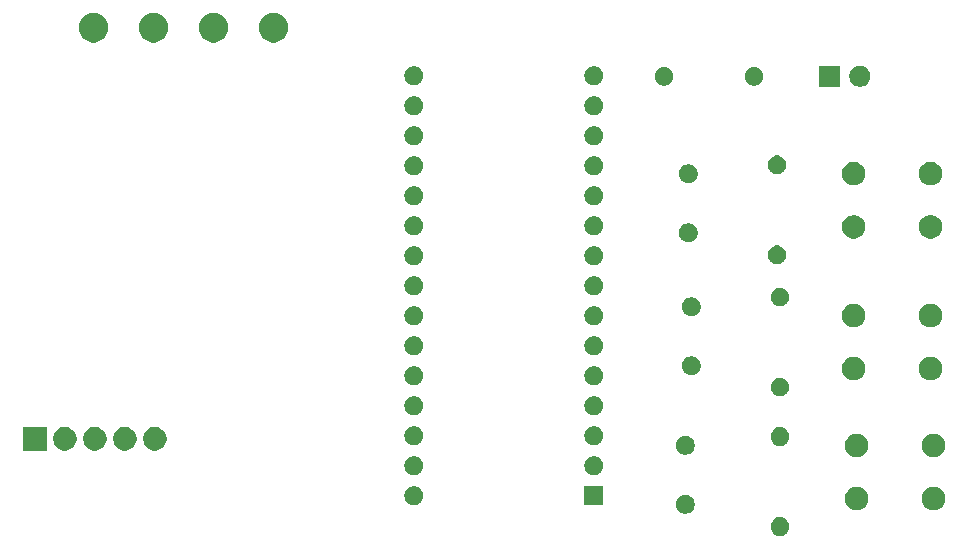
<source format=gbs>
G04 #@! TF.GenerationSoftware,KiCad,Pcbnew,9.0.3*
G04 #@! TF.CreationDate,2025-09-07T18:19:37+02:00*
G04 #@! TF.ProjectId,Design1,44657369-676e-4312-9e6b-696361645f70,rev?*
G04 #@! TF.SameCoordinates,Original*
G04 #@! TF.FileFunction,Soldermask,Bot*
G04 #@! TF.FilePolarity,Negative*
%FSLAX46Y46*%
G04 Gerber Fmt 4.6, Leading zero omitted, Abs format (unit mm)*
G04 Created by KiCad (PCBNEW 9.0.3) date 2025-09-07 18:19:37*
%MOMM*%
%LPD*%
G01*
G04 APERTURE LIST*
G04 APERTURE END LIST*
G36*
X133732228Y-110854448D02*
G01*
X133877117Y-110914463D01*
X134007515Y-111001592D01*
X134118408Y-111112485D01*
X134205537Y-111242883D01*
X134265552Y-111387772D01*
X134296148Y-111541586D01*
X134296148Y-111698414D01*
X134265552Y-111852228D01*
X134205537Y-111997117D01*
X134118408Y-112127515D01*
X134007515Y-112238408D01*
X133877117Y-112325537D01*
X133732228Y-112385552D01*
X133578414Y-112416148D01*
X133421586Y-112416148D01*
X133267772Y-112385552D01*
X133122883Y-112325537D01*
X132992485Y-112238408D01*
X132881592Y-112127515D01*
X132794463Y-111997117D01*
X132734448Y-111852228D01*
X132703852Y-111698414D01*
X132703852Y-111541586D01*
X132734448Y-111387772D01*
X132794463Y-111242883D01*
X132881592Y-111112485D01*
X132992485Y-111001592D01*
X133122883Y-110914463D01*
X133267772Y-110854448D01*
X133421586Y-110823852D01*
X133578414Y-110823852D01*
X133732228Y-110854448D01*
G37*
G36*
X125732228Y-108984448D02*
G01*
X125877117Y-109044463D01*
X126007515Y-109131592D01*
X126118408Y-109242485D01*
X126205537Y-109372883D01*
X126265552Y-109517772D01*
X126296148Y-109671586D01*
X126296148Y-109828414D01*
X126265552Y-109982228D01*
X126205537Y-110127117D01*
X126118408Y-110257515D01*
X126007515Y-110368408D01*
X125877117Y-110455537D01*
X125732228Y-110515552D01*
X125578414Y-110546148D01*
X125421586Y-110546148D01*
X125267772Y-110515552D01*
X125122883Y-110455537D01*
X124992485Y-110368408D01*
X124881592Y-110257515D01*
X124794463Y-110127117D01*
X124734448Y-109982228D01*
X124703852Y-109828414D01*
X124703852Y-109671586D01*
X124734448Y-109517772D01*
X124794463Y-109372883D01*
X124881592Y-109242485D01*
X124992485Y-109131592D01*
X125122883Y-109044463D01*
X125267772Y-108984448D01*
X125421586Y-108953852D01*
X125578414Y-108953852D01*
X125732228Y-108984448D01*
G37*
G36*
X140290285Y-108293060D02*
G01*
X140471397Y-108368079D01*
X140634393Y-108476990D01*
X140773010Y-108615607D01*
X140881921Y-108778603D01*
X140956940Y-108959715D01*
X140995185Y-109151983D01*
X140995185Y-109348017D01*
X140956940Y-109540285D01*
X140881921Y-109721397D01*
X140773010Y-109884393D01*
X140634393Y-110023010D01*
X140471397Y-110131921D01*
X140290285Y-110206940D01*
X140098017Y-110245185D01*
X139901983Y-110245185D01*
X139709715Y-110206940D01*
X139528603Y-110131921D01*
X139365607Y-110023010D01*
X139226990Y-109884393D01*
X139118079Y-109721397D01*
X139043060Y-109540285D01*
X139004815Y-109348017D01*
X139004815Y-109151983D01*
X139043060Y-108959715D01*
X139118079Y-108778603D01*
X139226990Y-108615607D01*
X139365607Y-108476990D01*
X139528603Y-108368079D01*
X139709715Y-108293060D01*
X139901983Y-108254815D01*
X140098017Y-108254815D01*
X140290285Y-108293060D01*
G37*
G36*
X146790285Y-108293060D02*
G01*
X146971397Y-108368079D01*
X147134393Y-108476990D01*
X147273010Y-108615607D01*
X147381921Y-108778603D01*
X147456940Y-108959715D01*
X147495185Y-109151983D01*
X147495185Y-109348017D01*
X147456940Y-109540285D01*
X147381921Y-109721397D01*
X147273010Y-109884393D01*
X147134393Y-110023010D01*
X146971397Y-110131921D01*
X146790285Y-110206940D01*
X146598017Y-110245185D01*
X146401983Y-110245185D01*
X146209715Y-110206940D01*
X146028603Y-110131921D01*
X145865607Y-110023010D01*
X145726990Y-109884393D01*
X145618079Y-109721397D01*
X145543060Y-109540285D01*
X145504815Y-109348017D01*
X145504815Y-109151983D01*
X145543060Y-108959715D01*
X145618079Y-108778603D01*
X145726990Y-108615607D01*
X145865607Y-108476990D01*
X146028603Y-108368079D01*
X146209715Y-108293060D01*
X146401983Y-108254815D01*
X146598017Y-108254815D01*
X146790285Y-108293060D01*
G37*
G36*
X118540000Y-109800000D02*
G01*
X116940000Y-109800000D01*
X116940000Y-108200000D01*
X118540000Y-108200000D01*
X118540000Y-109800000D01*
G37*
G36*
X102732228Y-108234448D02*
G01*
X102877117Y-108294463D01*
X103007515Y-108381592D01*
X103118408Y-108492485D01*
X103205537Y-108622883D01*
X103265552Y-108767772D01*
X103296148Y-108921586D01*
X103296148Y-109078414D01*
X103265552Y-109232228D01*
X103205537Y-109377117D01*
X103118408Y-109507515D01*
X103007515Y-109618408D01*
X102877117Y-109705537D01*
X102732228Y-109765552D01*
X102578414Y-109796148D01*
X102421586Y-109796148D01*
X102267772Y-109765552D01*
X102122883Y-109705537D01*
X101992485Y-109618408D01*
X101881592Y-109507515D01*
X101794463Y-109377117D01*
X101734448Y-109232228D01*
X101703852Y-109078414D01*
X101703852Y-108921586D01*
X101734448Y-108767772D01*
X101794463Y-108622883D01*
X101881592Y-108492485D01*
X101992485Y-108381592D01*
X102122883Y-108294463D01*
X102267772Y-108234448D01*
X102421586Y-108203852D01*
X102578414Y-108203852D01*
X102732228Y-108234448D01*
G37*
G36*
X102732228Y-105694448D02*
G01*
X102877117Y-105754463D01*
X103007515Y-105841592D01*
X103118408Y-105952485D01*
X103205537Y-106082883D01*
X103265552Y-106227772D01*
X103296148Y-106381586D01*
X103296148Y-106538414D01*
X103265552Y-106692228D01*
X103205537Y-106837117D01*
X103118408Y-106967515D01*
X103007515Y-107078408D01*
X102877117Y-107165537D01*
X102732228Y-107225552D01*
X102578414Y-107256148D01*
X102421586Y-107256148D01*
X102267772Y-107225552D01*
X102122883Y-107165537D01*
X101992485Y-107078408D01*
X101881592Y-106967515D01*
X101794463Y-106837117D01*
X101734448Y-106692228D01*
X101703852Y-106538414D01*
X101703852Y-106381586D01*
X101734448Y-106227772D01*
X101794463Y-106082883D01*
X101881592Y-105952485D01*
X101992485Y-105841592D01*
X102122883Y-105754463D01*
X102267772Y-105694448D01*
X102421586Y-105663852D01*
X102578414Y-105663852D01*
X102732228Y-105694448D01*
G37*
G36*
X117972228Y-105694448D02*
G01*
X118117117Y-105754463D01*
X118247515Y-105841592D01*
X118358408Y-105952485D01*
X118445537Y-106082883D01*
X118505552Y-106227772D01*
X118536148Y-106381586D01*
X118536148Y-106538414D01*
X118505552Y-106692228D01*
X118445537Y-106837117D01*
X118358408Y-106967515D01*
X118247515Y-107078408D01*
X118117117Y-107165537D01*
X117972228Y-107225552D01*
X117818414Y-107256148D01*
X117661586Y-107256148D01*
X117507772Y-107225552D01*
X117362883Y-107165537D01*
X117232485Y-107078408D01*
X117121592Y-106967515D01*
X117034463Y-106837117D01*
X116974448Y-106692228D01*
X116943852Y-106538414D01*
X116943852Y-106381586D01*
X116974448Y-106227772D01*
X117034463Y-106082883D01*
X117121592Y-105952485D01*
X117232485Y-105841592D01*
X117362883Y-105754463D01*
X117507772Y-105694448D01*
X117661586Y-105663852D01*
X117818414Y-105663852D01*
X117972228Y-105694448D01*
G37*
G36*
X140290285Y-103793060D02*
G01*
X140471397Y-103868079D01*
X140634393Y-103976990D01*
X140773010Y-104115607D01*
X140881921Y-104278603D01*
X140956940Y-104459715D01*
X140995185Y-104651983D01*
X140995185Y-104848017D01*
X140956940Y-105040285D01*
X140881921Y-105221397D01*
X140773010Y-105384393D01*
X140634393Y-105523010D01*
X140471397Y-105631921D01*
X140290285Y-105706940D01*
X140098017Y-105745185D01*
X139901983Y-105745185D01*
X139709715Y-105706940D01*
X139528603Y-105631921D01*
X139365607Y-105523010D01*
X139226990Y-105384393D01*
X139118079Y-105221397D01*
X139043060Y-105040285D01*
X139004815Y-104848017D01*
X139004815Y-104651983D01*
X139043060Y-104459715D01*
X139118079Y-104278603D01*
X139226990Y-104115607D01*
X139365607Y-103976990D01*
X139528603Y-103868079D01*
X139709715Y-103793060D01*
X139901983Y-103754815D01*
X140098017Y-103754815D01*
X140290285Y-103793060D01*
G37*
G36*
X146790285Y-103793060D02*
G01*
X146971397Y-103868079D01*
X147134393Y-103976990D01*
X147273010Y-104115607D01*
X147381921Y-104278603D01*
X147456940Y-104459715D01*
X147495185Y-104651983D01*
X147495185Y-104848017D01*
X147456940Y-105040285D01*
X147381921Y-105221397D01*
X147273010Y-105384393D01*
X147134393Y-105523010D01*
X146971397Y-105631921D01*
X146790285Y-105706940D01*
X146598017Y-105745185D01*
X146401983Y-105745185D01*
X146209715Y-105706940D01*
X146028603Y-105631921D01*
X145865607Y-105523010D01*
X145726990Y-105384393D01*
X145618079Y-105221397D01*
X145543060Y-105040285D01*
X145504815Y-104848017D01*
X145504815Y-104651983D01*
X145543060Y-104459715D01*
X145618079Y-104278603D01*
X145726990Y-104115607D01*
X145865607Y-103976990D01*
X146028603Y-103868079D01*
X146209715Y-103793060D01*
X146401983Y-103754815D01*
X146598017Y-103754815D01*
X146790285Y-103793060D01*
G37*
G36*
X125732228Y-103984448D02*
G01*
X125877117Y-104044463D01*
X126007515Y-104131592D01*
X126118408Y-104242485D01*
X126205537Y-104372883D01*
X126265552Y-104517772D01*
X126296148Y-104671586D01*
X126296148Y-104828414D01*
X126265552Y-104982228D01*
X126205537Y-105127117D01*
X126118408Y-105257515D01*
X126007515Y-105368408D01*
X125877117Y-105455537D01*
X125732228Y-105515552D01*
X125578414Y-105546148D01*
X125421586Y-105546148D01*
X125267772Y-105515552D01*
X125122883Y-105455537D01*
X124992485Y-105368408D01*
X124881592Y-105257515D01*
X124794463Y-105127117D01*
X124734448Y-104982228D01*
X124703852Y-104828414D01*
X124703852Y-104671586D01*
X124734448Y-104517772D01*
X124794463Y-104372883D01*
X124881592Y-104242485D01*
X124992485Y-104131592D01*
X125122883Y-104044463D01*
X125267772Y-103984448D01*
X125421586Y-103953852D01*
X125578414Y-103953852D01*
X125732228Y-103984448D01*
G37*
G36*
X71420000Y-105190000D02*
G01*
X69420000Y-105190000D01*
X69420000Y-103190000D01*
X71420000Y-103190000D01*
X71420000Y-105190000D01*
G37*
G36*
X73250285Y-103233060D02*
G01*
X73431397Y-103308079D01*
X73594393Y-103416990D01*
X73733010Y-103555607D01*
X73841921Y-103718603D01*
X73916940Y-103899715D01*
X73955185Y-104091983D01*
X73955185Y-104288017D01*
X73916940Y-104480285D01*
X73841921Y-104661397D01*
X73733010Y-104824393D01*
X73594393Y-104963010D01*
X73431397Y-105071921D01*
X73250285Y-105146940D01*
X73058017Y-105185185D01*
X72861983Y-105185185D01*
X72669715Y-105146940D01*
X72488603Y-105071921D01*
X72325607Y-104963010D01*
X72186990Y-104824393D01*
X72078079Y-104661397D01*
X72003060Y-104480285D01*
X71964815Y-104288017D01*
X71964815Y-104091983D01*
X72003060Y-103899715D01*
X72078079Y-103718603D01*
X72186990Y-103555607D01*
X72325607Y-103416990D01*
X72488603Y-103308079D01*
X72669715Y-103233060D01*
X72861983Y-103194815D01*
X73058017Y-103194815D01*
X73250285Y-103233060D01*
G37*
G36*
X75790285Y-103233060D02*
G01*
X75971397Y-103308079D01*
X76134393Y-103416990D01*
X76273010Y-103555607D01*
X76381921Y-103718603D01*
X76456940Y-103899715D01*
X76495185Y-104091983D01*
X76495185Y-104288017D01*
X76456940Y-104480285D01*
X76381921Y-104661397D01*
X76273010Y-104824393D01*
X76134393Y-104963010D01*
X75971397Y-105071921D01*
X75790285Y-105146940D01*
X75598017Y-105185185D01*
X75401983Y-105185185D01*
X75209715Y-105146940D01*
X75028603Y-105071921D01*
X74865607Y-104963010D01*
X74726990Y-104824393D01*
X74618079Y-104661397D01*
X74543060Y-104480285D01*
X74504815Y-104288017D01*
X74504815Y-104091983D01*
X74543060Y-103899715D01*
X74618079Y-103718603D01*
X74726990Y-103555607D01*
X74865607Y-103416990D01*
X75028603Y-103308079D01*
X75209715Y-103233060D01*
X75401983Y-103194815D01*
X75598017Y-103194815D01*
X75790285Y-103233060D01*
G37*
G36*
X78330285Y-103233060D02*
G01*
X78511397Y-103308079D01*
X78674393Y-103416990D01*
X78813010Y-103555607D01*
X78921921Y-103718603D01*
X78996940Y-103899715D01*
X79035185Y-104091983D01*
X79035185Y-104288017D01*
X78996940Y-104480285D01*
X78921921Y-104661397D01*
X78813010Y-104824393D01*
X78674393Y-104963010D01*
X78511397Y-105071921D01*
X78330285Y-105146940D01*
X78138017Y-105185185D01*
X77941983Y-105185185D01*
X77749715Y-105146940D01*
X77568603Y-105071921D01*
X77405607Y-104963010D01*
X77266990Y-104824393D01*
X77158079Y-104661397D01*
X77083060Y-104480285D01*
X77044815Y-104288017D01*
X77044815Y-104091983D01*
X77083060Y-103899715D01*
X77158079Y-103718603D01*
X77266990Y-103555607D01*
X77405607Y-103416990D01*
X77568603Y-103308079D01*
X77749715Y-103233060D01*
X77941983Y-103194815D01*
X78138017Y-103194815D01*
X78330285Y-103233060D01*
G37*
G36*
X80870285Y-103233060D02*
G01*
X81051397Y-103308079D01*
X81214393Y-103416990D01*
X81353010Y-103555607D01*
X81461921Y-103718603D01*
X81536940Y-103899715D01*
X81575185Y-104091983D01*
X81575185Y-104288017D01*
X81536940Y-104480285D01*
X81461921Y-104661397D01*
X81353010Y-104824393D01*
X81214393Y-104963010D01*
X81051397Y-105071921D01*
X80870285Y-105146940D01*
X80678017Y-105185185D01*
X80481983Y-105185185D01*
X80289715Y-105146940D01*
X80108603Y-105071921D01*
X79945607Y-104963010D01*
X79806990Y-104824393D01*
X79698079Y-104661397D01*
X79623060Y-104480285D01*
X79584815Y-104288017D01*
X79584815Y-104091983D01*
X79623060Y-103899715D01*
X79698079Y-103718603D01*
X79806990Y-103555607D01*
X79945607Y-103416990D01*
X80108603Y-103308079D01*
X80289715Y-103233060D01*
X80481983Y-103194815D01*
X80678017Y-103194815D01*
X80870285Y-103233060D01*
G37*
G36*
X133732228Y-103234448D02*
G01*
X133877117Y-103294463D01*
X134007515Y-103381592D01*
X134118408Y-103492485D01*
X134205537Y-103622883D01*
X134265552Y-103767772D01*
X134296148Y-103921586D01*
X134296148Y-104078414D01*
X134265552Y-104232228D01*
X134205537Y-104377117D01*
X134118408Y-104507515D01*
X134007515Y-104618408D01*
X133877117Y-104705537D01*
X133732228Y-104765552D01*
X133578414Y-104796148D01*
X133421586Y-104796148D01*
X133267772Y-104765552D01*
X133122883Y-104705537D01*
X132992485Y-104618408D01*
X132881592Y-104507515D01*
X132794463Y-104377117D01*
X132734448Y-104232228D01*
X132703852Y-104078414D01*
X132703852Y-103921586D01*
X132734448Y-103767772D01*
X132794463Y-103622883D01*
X132881592Y-103492485D01*
X132992485Y-103381592D01*
X133122883Y-103294463D01*
X133267772Y-103234448D01*
X133421586Y-103203852D01*
X133578414Y-103203852D01*
X133732228Y-103234448D01*
G37*
G36*
X102732228Y-103154448D02*
G01*
X102877117Y-103214463D01*
X103007515Y-103301592D01*
X103118408Y-103412485D01*
X103205537Y-103542883D01*
X103265552Y-103687772D01*
X103296148Y-103841586D01*
X103296148Y-103998414D01*
X103265552Y-104152228D01*
X103205537Y-104297117D01*
X103118408Y-104427515D01*
X103007515Y-104538408D01*
X102877117Y-104625537D01*
X102732228Y-104685552D01*
X102578414Y-104716148D01*
X102421586Y-104716148D01*
X102267772Y-104685552D01*
X102122883Y-104625537D01*
X101992485Y-104538408D01*
X101881592Y-104427515D01*
X101794463Y-104297117D01*
X101734448Y-104152228D01*
X101703852Y-103998414D01*
X101703852Y-103841586D01*
X101734448Y-103687772D01*
X101794463Y-103542883D01*
X101881592Y-103412485D01*
X101992485Y-103301592D01*
X102122883Y-103214463D01*
X102267772Y-103154448D01*
X102421586Y-103123852D01*
X102578414Y-103123852D01*
X102732228Y-103154448D01*
G37*
G36*
X117972228Y-103154448D02*
G01*
X118117117Y-103214463D01*
X118247515Y-103301592D01*
X118358408Y-103412485D01*
X118445537Y-103542883D01*
X118505552Y-103687772D01*
X118536148Y-103841586D01*
X118536148Y-103998414D01*
X118505552Y-104152228D01*
X118445537Y-104297117D01*
X118358408Y-104427515D01*
X118247515Y-104538408D01*
X118117117Y-104625537D01*
X117972228Y-104685552D01*
X117818414Y-104716148D01*
X117661586Y-104716148D01*
X117507772Y-104685552D01*
X117362883Y-104625537D01*
X117232485Y-104538408D01*
X117121592Y-104427515D01*
X117034463Y-104297117D01*
X116974448Y-104152228D01*
X116943852Y-103998414D01*
X116943852Y-103841586D01*
X116974448Y-103687772D01*
X117034463Y-103542883D01*
X117121592Y-103412485D01*
X117232485Y-103301592D01*
X117362883Y-103214463D01*
X117507772Y-103154448D01*
X117661586Y-103123852D01*
X117818414Y-103123852D01*
X117972228Y-103154448D01*
G37*
G36*
X102732228Y-100614448D02*
G01*
X102877117Y-100674463D01*
X103007515Y-100761592D01*
X103118408Y-100872485D01*
X103205537Y-101002883D01*
X103265552Y-101147772D01*
X103296148Y-101301586D01*
X103296148Y-101458414D01*
X103265552Y-101612228D01*
X103205537Y-101757117D01*
X103118408Y-101887515D01*
X103007515Y-101998408D01*
X102877117Y-102085537D01*
X102732228Y-102145552D01*
X102578414Y-102176148D01*
X102421586Y-102176148D01*
X102267772Y-102145552D01*
X102122883Y-102085537D01*
X101992485Y-101998408D01*
X101881592Y-101887515D01*
X101794463Y-101757117D01*
X101734448Y-101612228D01*
X101703852Y-101458414D01*
X101703852Y-101301586D01*
X101734448Y-101147772D01*
X101794463Y-101002883D01*
X101881592Y-100872485D01*
X101992485Y-100761592D01*
X102122883Y-100674463D01*
X102267772Y-100614448D01*
X102421586Y-100583852D01*
X102578414Y-100583852D01*
X102732228Y-100614448D01*
G37*
G36*
X117972228Y-100614448D02*
G01*
X118117117Y-100674463D01*
X118247515Y-100761592D01*
X118358408Y-100872485D01*
X118445537Y-101002883D01*
X118505552Y-101147772D01*
X118536148Y-101301586D01*
X118536148Y-101458414D01*
X118505552Y-101612228D01*
X118445537Y-101757117D01*
X118358408Y-101887515D01*
X118247515Y-101998408D01*
X118117117Y-102085537D01*
X117972228Y-102145552D01*
X117818414Y-102176148D01*
X117661586Y-102176148D01*
X117507772Y-102145552D01*
X117362883Y-102085537D01*
X117232485Y-101998408D01*
X117121592Y-101887515D01*
X117034463Y-101757117D01*
X116974448Y-101612228D01*
X116943852Y-101458414D01*
X116943852Y-101301586D01*
X116974448Y-101147772D01*
X117034463Y-101002883D01*
X117121592Y-100872485D01*
X117232485Y-100761592D01*
X117362883Y-100674463D01*
X117507772Y-100614448D01*
X117661586Y-100583852D01*
X117818414Y-100583852D01*
X117972228Y-100614448D01*
G37*
G36*
X133732228Y-99044448D02*
G01*
X133877117Y-99104463D01*
X134007515Y-99191592D01*
X134118408Y-99302485D01*
X134205537Y-99432883D01*
X134265552Y-99577772D01*
X134296148Y-99731586D01*
X134296148Y-99888414D01*
X134265552Y-100042228D01*
X134205537Y-100187117D01*
X134118408Y-100317515D01*
X134007515Y-100428408D01*
X133877117Y-100515537D01*
X133732228Y-100575552D01*
X133578414Y-100606148D01*
X133421586Y-100606148D01*
X133267772Y-100575552D01*
X133122883Y-100515537D01*
X132992485Y-100428408D01*
X132881592Y-100317515D01*
X132794463Y-100187117D01*
X132734448Y-100042228D01*
X132703852Y-99888414D01*
X132703852Y-99731586D01*
X132734448Y-99577772D01*
X132794463Y-99432883D01*
X132881592Y-99302485D01*
X132992485Y-99191592D01*
X133122883Y-99104463D01*
X133267772Y-99044448D01*
X133421586Y-99013852D01*
X133578414Y-99013852D01*
X133732228Y-99044448D01*
G37*
G36*
X102732228Y-98074448D02*
G01*
X102877117Y-98134463D01*
X103007515Y-98221592D01*
X103118408Y-98332485D01*
X103205537Y-98462883D01*
X103265552Y-98607772D01*
X103296148Y-98761586D01*
X103296148Y-98918414D01*
X103265552Y-99072228D01*
X103205537Y-99217117D01*
X103118408Y-99347515D01*
X103007515Y-99458408D01*
X102877117Y-99545537D01*
X102732228Y-99605552D01*
X102578414Y-99636148D01*
X102421586Y-99636148D01*
X102267772Y-99605552D01*
X102122883Y-99545537D01*
X101992485Y-99458408D01*
X101881592Y-99347515D01*
X101794463Y-99217117D01*
X101734448Y-99072228D01*
X101703852Y-98918414D01*
X101703852Y-98761586D01*
X101734448Y-98607772D01*
X101794463Y-98462883D01*
X101881592Y-98332485D01*
X101992485Y-98221592D01*
X102122883Y-98134463D01*
X102267772Y-98074448D01*
X102421586Y-98043852D01*
X102578414Y-98043852D01*
X102732228Y-98074448D01*
G37*
G36*
X117972228Y-98074448D02*
G01*
X118117117Y-98134463D01*
X118247515Y-98221592D01*
X118358408Y-98332485D01*
X118445537Y-98462883D01*
X118505552Y-98607772D01*
X118536148Y-98761586D01*
X118536148Y-98918414D01*
X118505552Y-99072228D01*
X118445537Y-99217117D01*
X118358408Y-99347515D01*
X118247515Y-99458408D01*
X118117117Y-99545537D01*
X117972228Y-99605552D01*
X117818414Y-99636148D01*
X117661586Y-99636148D01*
X117507772Y-99605552D01*
X117362883Y-99545537D01*
X117232485Y-99458408D01*
X117121592Y-99347515D01*
X117034463Y-99217117D01*
X116974448Y-99072228D01*
X116943852Y-98918414D01*
X116943852Y-98761586D01*
X116974448Y-98607772D01*
X117034463Y-98462883D01*
X117121592Y-98332485D01*
X117232485Y-98221592D01*
X117362883Y-98134463D01*
X117507772Y-98074448D01*
X117661586Y-98043852D01*
X117818414Y-98043852D01*
X117972228Y-98074448D01*
G37*
G36*
X140040285Y-97293060D02*
G01*
X140221397Y-97368079D01*
X140384393Y-97476990D01*
X140523010Y-97615607D01*
X140631921Y-97778603D01*
X140706940Y-97959715D01*
X140745185Y-98151983D01*
X140745185Y-98348017D01*
X140706940Y-98540285D01*
X140631921Y-98721397D01*
X140523010Y-98884393D01*
X140384393Y-99023010D01*
X140221397Y-99131921D01*
X140040285Y-99206940D01*
X139848017Y-99245185D01*
X139651983Y-99245185D01*
X139459715Y-99206940D01*
X139278603Y-99131921D01*
X139115607Y-99023010D01*
X138976990Y-98884393D01*
X138868079Y-98721397D01*
X138793060Y-98540285D01*
X138754815Y-98348017D01*
X138754815Y-98151983D01*
X138793060Y-97959715D01*
X138868079Y-97778603D01*
X138976990Y-97615607D01*
X139115607Y-97476990D01*
X139278603Y-97368079D01*
X139459715Y-97293060D01*
X139651983Y-97254815D01*
X139848017Y-97254815D01*
X140040285Y-97293060D01*
G37*
G36*
X146540285Y-97293060D02*
G01*
X146721397Y-97368079D01*
X146884393Y-97476990D01*
X147023010Y-97615607D01*
X147131921Y-97778603D01*
X147206940Y-97959715D01*
X147245185Y-98151983D01*
X147245185Y-98348017D01*
X147206940Y-98540285D01*
X147131921Y-98721397D01*
X147023010Y-98884393D01*
X146884393Y-99023010D01*
X146721397Y-99131921D01*
X146540285Y-99206940D01*
X146348017Y-99245185D01*
X146151983Y-99245185D01*
X145959715Y-99206940D01*
X145778603Y-99131921D01*
X145615607Y-99023010D01*
X145476990Y-98884393D01*
X145368079Y-98721397D01*
X145293060Y-98540285D01*
X145254815Y-98348017D01*
X145254815Y-98151983D01*
X145293060Y-97959715D01*
X145368079Y-97778603D01*
X145476990Y-97615607D01*
X145615607Y-97476990D01*
X145778603Y-97368079D01*
X145959715Y-97293060D01*
X146151983Y-97254815D01*
X146348017Y-97254815D01*
X146540285Y-97293060D01*
G37*
G36*
X126232228Y-97234448D02*
G01*
X126377117Y-97294463D01*
X126507515Y-97381592D01*
X126618408Y-97492485D01*
X126705537Y-97622883D01*
X126765552Y-97767772D01*
X126796148Y-97921586D01*
X126796148Y-98078414D01*
X126765552Y-98232228D01*
X126705537Y-98377117D01*
X126618408Y-98507515D01*
X126507515Y-98618408D01*
X126377117Y-98705537D01*
X126232228Y-98765552D01*
X126078414Y-98796148D01*
X125921586Y-98796148D01*
X125767772Y-98765552D01*
X125622883Y-98705537D01*
X125492485Y-98618408D01*
X125381592Y-98507515D01*
X125294463Y-98377117D01*
X125234448Y-98232228D01*
X125203852Y-98078414D01*
X125203852Y-97921586D01*
X125234448Y-97767772D01*
X125294463Y-97622883D01*
X125381592Y-97492485D01*
X125492485Y-97381592D01*
X125622883Y-97294463D01*
X125767772Y-97234448D01*
X125921586Y-97203852D01*
X126078414Y-97203852D01*
X126232228Y-97234448D01*
G37*
G36*
X102732228Y-95534448D02*
G01*
X102877117Y-95594463D01*
X103007515Y-95681592D01*
X103118408Y-95792485D01*
X103205537Y-95922883D01*
X103265552Y-96067772D01*
X103296148Y-96221586D01*
X103296148Y-96378414D01*
X103265552Y-96532228D01*
X103205537Y-96677117D01*
X103118408Y-96807515D01*
X103007515Y-96918408D01*
X102877117Y-97005537D01*
X102732228Y-97065552D01*
X102578414Y-97096148D01*
X102421586Y-97096148D01*
X102267772Y-97065552D01*
X102122883Y-97005537D01*
X101992485Y-96918408D01*
X101881592Y-96807515D01*
X101794463Y-96677117D01*
X101734448Y-96532228D01*
X101703852Y-96378414D01*
X101703852Y-96221586D01*
X101734448Y-96067772D01*
X101794463Y-95922883D01*
X101881592Y-95792485D01*
X101992485Y-95681592D01*
X102122883Y-95594463D01*
X102267772Y-95534448D01*
X102421586Y-95503852D01*
X102578414Y-95503852D01*
X102732228Y-95534448D01*
G37*
G36*
X117972228Y-95534448D02*
G01*
X118117117Y-95594463D01*
X118247515Y-95681592D01*
X118358408Y-95792485D01*
X118445537Y-95922883D01*
X118505552Y-96067772D01*
X118536148Y-96221586D01*
X118536148Y-96378414D01*
X118505552Y-96532228D01*
X118445537Y-96677117D01*
X118358408Y-96807515D01*
X118247515Y-96918408D01*
X118117117Y-97005537D01*
X117972228Y-97065552D01*
X117818414Y-97096148D01*
X117661586Y-97096148D01*
X117507772Y-97065552D01*
X117362883Y-97005537D01*
X117232485Y-96918408D01*
X117121592Y-96807515D01*
X117034463Y-96677117D01*
X116974448Y-96532228D01*
X116943852Y-96378414D01*
X116943852Y-96221586D01*
X116974448Y-96067772D01*
X117034463Y-95922883D01*
X117121592Y-95792485D01*
X117232485Y-95681592D01*
X117362883Y-95594463D01*
X117507772Y-95534448D01*
X117661586Y-95503852D01*
X117818414Y-95503852D01*
X117972228Y-95534448D01*
G37*
G36*
X140040285Y-92793060D02*
G01*
X140221397Y-92868079D01*
X140384393Y-92976990D01*
X140523010Y-93115607D01*
X140631921Y-93278603D01*
X140706940Y-93459715D01*
X140745185Y-93651983D01*
X140745185Y-93848017D01*
X140706940Y-94040285D01*
X140631921Y-94221397D01*
X140523010Y-94384393D01*
X140384393Y-94523010D01*
X140221397Y-94631921D01*
X140040285Y-94706940D01*
X139848017Y-94745185D01*
X139651983Y-94745185D01*
X139459715Y-94706940D01*
X139278603Y-94631921D01*
X139115607Y-94523010D01*
X138976990Y-94384393D01*
X138868079Y-94221397D01*
X138793060Y-94040285D01*
X138754815Y-93848017D01*
X138754815Y-93651983D01*
X138793060Y-93459715D01*
X138868079Y-93278603D01*
X138976990Y-93115607D01*
X139115607Y-92976990D01*
X139278603Y-92868079D01*
X139459715Y-92793060D01*
X139651983Y-92754815D01*
X139848017Y-92754815D01*
X140040285Y-92793060D01*
G37*
G36*
X146540285Y-92793060D02*
G01*
X146721397Y-92868079D01*
X146884393Y-92976990D01*
X147023010Y-93115607D01*
X147131921Y-93278603D01*
X147206940Y-93459715D01*
X147245185Y-93651983D01*
X147245185Y-93848017D01*
X147206940Y-94040285D01*
X147131921Y-94221397D01*
X147023010Y-94384393D01*
X146884393Y-94523010D01*
X146721397Y-94631921D01*
X146540285Y-94706940D01*
X146348017Y-94745185D01*
X146151983Y-94745185D01*
X145959715Y-94706940D01*
X145778603Y-94631921D01*
X145615607Y-94523010D01*
X145476990Y-94384393D01*
X145368079Y-94221397D01*
X145293060Y-94040285D01*
X145254815Y-93848017D01*
X145254815Y-93651983D01*
X145293060Y-93459715D01*
X145368079Y-93278603D01*
X145476990Y-93115607D01*
X145615607Y-92976990D01*
X145778603Y-92868079D01*
X145959715Y-92793060D01*
X146151983Y-92754815D01*
X146348017Y-92754815D01*
X146540285Y-92793060D01*
G37*
G36*
X102732228Y-92994448D02*
G01*
X102877117Y-93054463D01*
X103007515Y-93141592D01*
X103118408Y-93252485D01*
X103205537Y-93382883D01*
X103265552Y-93527772D01*
X103296148Y-93681586D01*
X103296148Y-93838414D01*
X103265552Y-93992228D01*
X103205537Y-94137117D01*
X103118408Y-94267515D01*
X103007515Y-94378408D01*
X102877117Y-94465537D01*
X102732228Y-94525552D01*
X102578414Y-94556148D01*
X102421586Y-94556148D01*
X102267772Y-94525552D01*
X102122883Y-94465537D01*
X101992485Y-94378408D01*
X101881592Y-94267515D01*
X101794463Y-94137117D01*
X101734448Y-93992228D01*
X101703852Y-93838414D01*
X101703852Y-93681586D01*
X101734448Y-93527772D01*
X101794463Y-93382883D01*
X101881592Y-93252485D01*
X101992485Y-93141592D01*
X102122883Y-93054463D01*
X102267772Y-92994448D01*
X102421586Y-92963852D01*
X102578414Y-92963852D01*
X102732228Y-92994448D01*
G37*
G36*
X117972228Y-92994448D02*
G01*
X118117117Y-93054463D01*
X118247515Y-93141592D01*
X118358408Y-93252485D01*
X118445537Y-93382883D01*
X118505552Y-93527772D01*
X118536148Y-93681586D01*
X118536148Y-93838414D01*
X118505552Y-93992228D01*
X118445537Y-94137117D01*
X118358408Y-94267515D01*
X118247515Y-94378408D01*
X118117117Y-94465537D01*
X117972228Y-94525552D01*
X117818414Y-94556148D01*
X117661586Y-94556148D01*
X117507772Y-94525552D01*
X117362883Y-94465537D01*
X117232485Y-94378408D01*
X117121592Y-94267515D01*
X117034463Y-94137117D01*
X116974448Y-93992228D01*
X116943852Y-93838414D01*
X116943852Y-93681586D01*
X116974448Y-93527772D01*
X117034463Y-93382883D01*
X117121592Y-93252485D01*
X117232485Y-93141592D01*
X117362883Y-93054463D01*
X117507772Y-92994448D01*
X117661586Y-92963852D01*
X117818414Y-92963852D01*
X117972228Y-92994448D01*
G37*
G36*
X126232228Y-92234448D02*
G01*
X126377117Y-92294463D01*
X126507515Y-92381592D01*
X126618408Y-92492485D01*
X126705537Y-92622883D01*
X126765552Y-92767772D01*
X126796148Y-92921586D01*
X126796148Y-93078414D01*
X126765552Y-93232228D01*
X126705537Y-93377117D01*
X126618408Y-93507515D01*
X126507515Y-93618408D01*
X126377117Y-93705537D01*
X126232228Y-93765552D01*
X126078414Y-93796148D01*
X125921586Y-93796148D01*
X125767772Y-93765552D01*
X125622883Y-93705537D01*
X125492485Y-93618408D01*
X125381592Y-93507515D01*
X125294463Y-93377117D01*
X125234448Y-93232228D01*
X125203852Y-93078414D01*
X125203852Y-92921586D01*
X125234448Y-92767772D01*
X125294463Y-92622883D01*
X125381592Y-92492485D01*
X125492485Y-92381592D01*
X125622883Y-92294463D01*
X125767772Y-92234448D01*
X125921586Y-92203852D01*
X126078414Y-92203852D01*
X126232228Y-92234448D01*
G37*
G36*
X133732228Y-91424448D02*
G01*
X133877117Y-91484463D01*
X134007515Y-91571592D01*
X134118408Y-91682485D01*
X134205537Y-91812883D01*
X134265552Y-91957772D01*
X134296148Y-92111586D01*
X134296148Y-92268414D01*
X134265552Y-92422228D01*
X134205537Y-92567117D01*
X134118408Y-92697515D01*
X134007515Y-92808408D01*
X133877117Y-92895537D01*
X133732228Y-92955552D01*
X133578414Y-92986148D01*
X133421586Y-92986148D01*
X133267772Y-92955552D01*
X133122883Y-92895537D01*
X132992485Y-92808408D01*
X132881592Y-92697515D01*
X132794463Y-92567117D01*
X132734448Y-92422228D01*
X132703852Y-92268414D01*
X132703852Y-92111586D01*
X132734448Y-91957772D01*
X132794463Y-91812883D01*
X132881592Y-91682485D01*
X132992485Y-91571592D01*
X133122883Y-91484463D01*
X133267772Y-91424448D01*
X133421586Y-91393852D01*
X133578414Y-91393852D01*
X133732228Y-91424448D01*
G37*
G36*
X102732228Y-90454448D02*
G01*
X102877117Y-90514463D01*
X103007515Y-90601592D01*
X103118408Y-90712485D01*
X103205537Y-90842883D01*
X103265552Y-90987772D01*
X103296148Y-91141586D01*
X103296148Y-91298414D01*
X103265552Y-91452228D01*
X103205537Y-91597117D01*
X103118408Y-91727515D01*
X103007515Y-91838408D01*
X102877117Y-91925537D01*
X102732228Y-91985552D01*
X102578414Y-92016148D01*
X102421586Y-92016148D01*
X102267772Y-91985552D01*
X102122883Y-91925537D01*
X101992485Y-91838408D01*
X101881592Y-91727515D01*
X101794463Y-91597117D01*
X101734448Y-91452228D01*
X101703852Y-91298414D01*
X101703852Y-91141586D01*
X101734448Y-90987772D01*
X101794463Y-90842883D01*
X101881592Y-90712485D01*
X101992485Y-90601592D01*
X102122883Y-90514463D01*
X102267772Y-90454448D01*
X102421586Y-90423852D01*
X102578414Y-90423852D01*
X102732228Y-90454448D01*
G37*
G36*
X117972228Y-90454448D02*
G01*
X118117117Y-90514463D01*
X118247515Y-90601592D01*
X118358408Y-90712485D01*
X118445537Y-90842883D01*
X118505552Y-90987772D01*
X118536148Y-91141586D01*
X118536148Y-91298414D01*
X118505552Y-91452228D01*
X118445537Y-91597117D01*
X118358408Y-91727515D01*
X118247515Y-91838408D01*
X118117117Y-91925537D01*
X117972228Y-91985552D01*
X117818414Y-92016148D01*
X117661586Y-92016148D01*
X117507772Y-91985552D01*
X117362883Y-91925537D01*
X117232485Y-91838408D01*
X117121592Y-91727515D01*
X117034463Y-91597117D01*
X116974448Y-91452228D01*
X116943852Y-91298414D01*
X116943852Y-91141586D01*
X116974448Y-90987772D01*
X117034463Y-90842883D01*
X117121592Y-90712485D01*
X117232485Y-90601592D01*
X117362883Y-90514463D01*
X117507772Y-90454448D01*
X117661586Y-90423852D01*
X117818414Y-90423852D01*
X117972228Y-90454448D01*
G37*
G36*
X102732228Y-87914448D02*
G01*
X102877117Y-87974463D01*
X103007515Y-88061592D01*
X103118408Y-88172485D01*
X103205537Y-88302883D01*
X103265552Y-88447772D01*
X103296148Y-88601586D01*
X103296148Y-88758414D01*
X103265552Y-88912228D01*
X103205537Y-89057117D01*
X103118408Y-89187515D01*
X103007515Y-89298408D01*
X102877117Y-89385537D01*
X102732228Y-89445552D01*
X102578414Y-89476148D01*
X102421586Y-89476148D01*
X102267772Y-89445552D01*
X102122883Y-89385537D01*
X101992485Y-89298408D01*
X101881592Y-89187515D01*
X101794463Y-89057117D01*
X101734448Y-88912228D01*
X101703852Y-88758414D01*
X101703852Y-88601586D01*
X101734448Y-88447772D01*
X101794463Y-88302883D01*
X101881592Y-88172485D01*
X101992485Y-88061592D01*
X102122883Y-87974463D01*
X102267772Y-87914448D01*
X102421586Y-87883852D01*
X102578414Y-87883852D01*
X102732228Y-87914448D01*
G37*
G36*
X117972228Y-87914448D02*
G01*
X118117117Y-87974463D01*
X118247515Y-88061592D01*
X118358408Y-88172485D01*
X118445537Y-88302883D01*
X118505552Y-88447772D01*
X118536148Y-88601586D01*
X118536148Y-88758414D01*
X118505552Y-88912228D01*
X118445537Y-89057117D01*
X118358408Y-89187515D01*
X118247515Y-89298408D01*
X118117117Y-89385537D01*
X117972228Y-89445552D01*
X117818414Y-89476148D01*
X117661586Y-89476148D01*
X117507772Y-89445552D01*
X117362883Y-89385537D01*
X117232485Y-89298408D01*
X117121592Y-89187515D01*
X117034463Y-89057117D01*
X116974448Y-88912228D01*
X116943852Y-88758414D01*
X116943852Y-88601586D01*
X116974448Y-88447772D01*
X117034463Y-88302883D01*
X117121592Y-88172485D01*
X117232485Y-88061592D01*
X117362883Y-87974463D01*
X117507772Y-87914448D01*
X117661586Y-87883852D01*
X117818414Y-87883852D01*
X117972228Y-87914448D01*
G37*
G36*
X133482228Y-87854448D02*
G01*
X133627117Y-87914463D01*
X133757515Y-88001592D01*
X133868408Y-88112485D01*
X133955537Y-88242883D01*
X134015552Y-88387772D01*
X134046148Y-88541586D01*
X134046148Y-88698414D01*
X134015552Y-88852228D01*
X133955537Y-88997117D01*
X133868408Y-89127515D01*
X133757515Y-89238408D01*
X133627117Y-89325537D01*
X133482228Y-89385552D01*
X133328414Y-89416148D01*
X133171586Y-89416148D01*
X133017772Y-89385552D01*
X132872883Y-89325537D01*
X132742485Y-89238408D01*
X132631592Y-89127515D01*
X132544463Y-88997117D01*
X132484448Y-88852228D01*
X132453852Y-88698414D01*
X132453852Y-88541586D01*
X132484448Y-88387772D01*
X132544463Y-88242883D01*
X132631592Y-88112485D01*
X132742485Y-88001592D01*
X132872883Y-87914463D01*
X133017772Y-87854448D01*
X133171586Y-87823852D01*
X133328414Y-87823852D01*
X133482228Y-87854448D01*
G37*
G36*
X125982228Y-85984448D02*
G01*
X126127117Y-86044463D01*
X126257515Y-86131592D01*
X126368408Y-86242485D01*
X126455537Y-86372883D01*
X126515552Y-86517772D01*
X126546148Y-86671586D01*
X126546148Y-86828414D01*
X126515552Y-86982228D01*
X126455537Y-87127117D01*
X126368408Y-87257515D01*
X126257515Y-87368408D01*
X126127117Y-87455537D01*
X125982228Y-87515552D01*
X125828414Y-87546148D01*
X125671586Y-87546148D01*
X125517772Y-87515552D01*
X125372883Y-87455537D01*
X125242485Y-87368408D01*
X125131592Y-87257515D01*
X125044463Y-87127117D01*
X124984448Y-86982228D01*
X124953852Y-86828414D01*
X124953852Y-86671586D01*
X124984448Y-86517772D01*
X125044463Y-86372883D01*
X125131592Y-86242485D01*
X125242485Y-86131592D01*
X125372883Y-86044463D01*
X125517772Y-85984448D01*
X125671586Y-85953852D01*
X125828414Y-85953852D01*
X125982228Y-85984448D01*
G37*
G36*
X140040285Y-85293060D02*
G01*
X140221397Y-85368079D01*
X140384393Y-85476990D01*
X140523010Y-85615607D01*
X140631921Y-85778603D01*
X140706940Y-85959715D01*
X140745185Y-86151983D01*
X140745185Y-86348017D01*
X140706940Y-86540285D01*
X140631921Y-86721397D01*
X140523010Y-86884393D01*
X140384393Y-87023010D01*
X140221397Y-87131921D01*
X140040285Y-87206940D01*
X139848017Y-87245185D01*
X139651983Y-87245185D01*
X139459715Y-87206940D01*
X139278603Y-87131921D01*
X139115607Y-87023010D01*
X138976990Y-86884393D01*
X138868079Y-86721397D01*
X138793060Y-86540285D01*
X138754815Y-86348017D01*
X138754815Y-86151983D01*
X138793060Y-85959715D01*
X138868079Y-85778603D01*
X138976990Y-85615607D01*
X139115607Y-85476990D01*
X139278603Y-85368079D01*
X139459715Y-85293060D01*
X139651983Y-85254815D01*
X139848017Y-85254815D01*
X140040285Y-85293060D01*
G37*
G36*
X146540285Y-85293060D02*
G01*
X146721397Y-85368079D01*
X146884393Y-85476990D01*
X147023010Y-85615607D01*
X147131921Y-85778603D01*
X147206940Y-85959715D01*
X147245185Y-86151983D01*
X147245185Y-86348017D01*
X147206940Y-86540285D01*
X147131921Y-86721397D01*
X147023010Y-86884393D01*
X146884393Y-87023010D01*
X146721397Y-87131921D01*
X146540285Y-87206940D01*
X146348017Y-87245185D01*
X146151983Y-87245185D01*
X145959715Y-87206940D01*
X145778603Y-87131921D01*
X145615607Y-87023010D01*
X145476990Y-86884393D01*
X145368079Y-86721397D01*
X145293060Y-86540285D01*
X145254815Y-86348017D01*
X145254815Y-86151983D01*
X145293060Y-85959715D01*
X145368079Y-85778603D01*
X145476990Y-85615607D01*
X145615607Y-85476990D01*
X145778603Y-85368079D01*
X145959715Y-85293060D01*
X146151983Y-85254815D01*
X146348017Y-85254815D01*
X146540285Y-85293060D01*
G37*
G36*
X102732228Y-85374448D02*
G01*
X102877117Y-85434463D01*
X103007515Y-85521592D01*
X103118408Y-85632485D01*
X103205537Y-85762883D01*
X103265552Y-85907772D01*
X103296148Y-86061586D01*
X103296148Y-86218414D01*
X103265552Y-86372228D01*
X103205537Y-86517117D01*
X103118408Y-86647515D01*
X103007515Y-86758408D01*
X102877117Y-86845537D01*
X102732228Y-86905552D01*
X102578414Y-86936148D01*
X102421586Y-86936148D01*
X102267772Y-86905552D01*
X102122883Y-86845537D01*
X101992485Y-86758408D01*
X101881592Y-86647515D01*
X101794463Y-86517117D01*
X101734448Y-86372228D01*
X101703852Y-86218414D01*
X101703852Y-86061586D01*
X101734448Y-85907772D01*
X101794463Y-85762883D01*
X101881592Y-85632485D01*
X101992485Y-85521592D01*
X102122883Y-85434463D01*
X102267772Y-85374448D01*
X102421586Y-85343852D01*
X102578414Y-85343852D01*
X102732228Y-85374448D01*
G37*
G36*
X117972228Y-85374448D02*
G01*
X118117117Y-85434463D01*
X118247515Y-85521592D01*
X118358408Y-85632485D01*
X118445537Y-85762883D01*
X118505552Y-85907772D01*
X118536148Y-86061586D01*
X118536148Y-86218414D01*
X118505552Y-86372228D01*
X118445537Y-86517117D01*
X118358408Y-86647515D01*
X118247515Y-86758408D01*
X118117117Y-86845537D01*
X117972228Y-86905552D01*
X117818414Y-86936148D01*
X117661586Y-86936148D01*
X117507772Y-86905552D01*
X117362883Y-86845537D01*
X117232485Y-86758408D01*
X117121592Y-86647515D01*
X117034463Y-86517117D01*
X116974448Y-86372228D01*
X116943852Y-86218414D01*
X116943852Y-86061586D01*
X116974448Y-85907772D01*
X117034463Y-85762883D01*
X117121592Y-85632485D01*
X117232485Y-85521592D01*
X117362883Y-85434463D01*
X117507772Y-85374448D01*
X117661586Y-85343852D01*
X117818414Y-85343852D01*
X117972228Y-85374448D01*
G37*
G36*
X102732228Y-82834448D02*
G01*
X102877117Y-82894463D01*
X103007515Y-82981592D01*
X103118408Y-83092485D01*
X103205537Y-83222883D01*
X103265552Y-83367772D01*
X103296148Y-83521586D01*
X103296148Y-83678414D01*
X103265552Y-83832228D01*
X103205537Y-83977117D01*
X103118408Y-84107515D01*
X103007515Y-84218408D01*
X102877117Y-84305537D01*
X102732228Y-84365552D01*
X102578414Y-84396148D01*
X102421586Y-84396148D01*
X102267772Y-84365552D01*
X102122883Y-84305537D01*
X101992485Y-84218408D01*
X101881592Y-84107515D01*
X101794463Y-83977117D01*
X101734448Y-83832228D01*
X101703852Y-83678414D01*
X101703852Y-83521586D01*
X101734448Y-83367772D01*
X101794463Y-83222883D01*
X101881592Y-83092485D01*
X101992485Y-82981592D01*
X102122883Y-82894463D01*
X102267772Y-82834448D01*
X102421586Y-82803852D01*
X102578414Y-82803852D01*
X102732228Y-82834448D01*
G37*
G36*
X117972228Y-82834448D02*
G01*
X118117117Y-82894463D01*
X118247515Y-82981592D01*
X118358408Y-83092485D01*
X118445537Y-83222883D01*
X118505552Y-83367772D01*
X118536148Y-83521586D01*
X118536148Y-83678414D01*
X118505552Y-83832228D01*
X118445537Y-83977117D01*
X118358408Y-84107515D01*
X118247515Y-84218408D01*
X118117117Y-84305537D01*
X117972228Y-84365552D01*
X117818414Y-84396148D01*
X117661586Y-84396148D01*
X117507772Y-84365552D01*
X117362883Y-84305537D01*
X117232485Y-84218408D01*
X117121592Y-84107515D01*
X117034463Y-83977117D01*
X116974448Y-83832228D01*
X116943852Y-83678414D01*
X116943852Y-83521586D01*
X116974448Y-83367772D01*
X117034463Y-83222883D01*
X117121592Y-83092485D01*
X117232485Y-82981592D01*
X117362883Y-82894463D01*
X117507772Y-82834448D01*
X117661586Y-82803852D01*
X117818414Y-82803852D01*
X117972228Y-82834448D01*
G37*
G36*
X140040285Y-80793060D02*
G01*
X140221397Y-80868079D01*
X140384393Y-80976990D01*
X140523010Y-81115607D01*
X140631921Y-81278603D01*
X140706940Y-81459715D01*
X140745185Y-81651983D01*
X140745185Y-81848017D01*
X140706940Y-82040285D01*
X140631921Y-82221397D01*
X140523010Y-82384393D01*
X140384393Y-82523010D01*
X140221397Y-82631921D01*
X140040285Y-82706940D01*
X139848017Y-82745185D01*
X139651983Y-82745185D01*
X139459715Y-82706940D01*
X139278603Y-82631921D01*
X139115607Y-82523010D01*
X138976990Y-82384393D01*
X138868079Y-82221397D01*
X138793060Y-82040285D01*
X138754815Y-81848017D01*
X138754815Y-81651983D01*
X138793060Y-81459715D01*
X138868079Y-81278603D01*
X138976990Y-81115607D01*
X139115607Y-80976990D01*
X139278603Y-80868079D01*
X139459715Y-80793060D01*
X139651983Y-80754815D01*
X139848017Y-80754815D01*
X140040285Y-80793060D01*
G37*
G36*
X146540285Y-80793060D02*
G01*
X146721397Y-80868079D01*
X146884393Y-80976990D01*
X147023010Y-81115607D01*
X147131921Y-81278603D01*
X147206940Y-81459715D01*
X147245185Y-81651983D01*
X147245185Y-81848017D01*
X147206940Y-82040285D01*
X147131921Y-82221397D01*
X147023010Y-82384393D01*
X146884393Y-82523010D01*
X146721397Y-82631921D01*
X146540285Y-82706940D01*
X146348017Y-82745185D01*
X146151983Y-82745185D01*
X145959715Y-82706940D01*
X145778603Y-82631921D01*
X145615607Y-82523010D01*
X145476990Y-82384393D01*
X145368079Y-82221397D01*
X145293060Y-82040285D01*
X145254815Y-81848017D01*
X145254815Y-81651983D01*
X145293060Y-81459715D01*
X145368079Y-81278603D01*
X145476990Y-81115607D01*
X145615607Y-80976990D01*
X145778603Y-80868079D01*
X145959715Y-80793060D01*
X146151983Y-80754815D01*
X146348017Y-80754815D01*
X146540285Y-80793060D01*
G37*
G36*
X125982228Y-80984448D02*
G01*
X126127117Y-81044463D01*
X126257515Y-81131592D01*
X126368408Y-81242485D01*
X126455537Y-81372883D01*
X126515552Y-81517772D01*
X126546148Y-81671586D01*
X126546148Y-81828414D01*
X126515552Y-81982228D01*
X126455537Y-82127117D01*
X126368408Y-82257515D01*
X126257515Y-82368408D01*
X126127117Y-82455537D01*
X125982228Y-82515552D01*
X125828414Y-82546148D01*
X125671586Y-82546148D01*
X125517772Y-82515552D01*
X125372883Y-82455537D01*
X125242485Y-82368408D01*
X125131592Y-82257515D01*
X125044463Y-82127117D01*
X124984448Y-81982228D01*
X124953852Y-81828414D01*
X124953852Y-81671586D01*
X124984448Y-81517772D01*
X125044463Y-81372883D01*
X125131592Y-81242485D01*
X125242485Y-81131592D01*
X125372883Y-81044463D01*
X125517772Y-80984448D01*
X125671586Y-80953852D01*
X125828414Y-80953852D01*
X125982228Y-80984448D01*
G37*
G36*
X102732228Y-80294448D02*
G01*
X102877117Y-80354463D01*
X103007515Y-80441592D01*
X103118408Y-80552485D01*
X103205537Y-80682883D01*
X103265552Y-80827772D01*
X103296148Y-80981586D01*
X103296148Y-81138414D01*
X103265552Y-81292228D01*
X103205537Y-81437117D01*
X103118408Y-81567515D01*
X103007515Y-81678408D01*
X102877117Y-81765537D01*
X102732228Y-81825552D01*
X102578414Y-81856148D01*
X102421586Y-81856148D01*
X102267772Y-81825552D01*
X102122883Y-81765537D01*
X101992485Y-81678408D01*
X101881592Y-81567515D01*
X101794463Y-81437117D01*
X101734448Y-81292228D01*
X101703852Y-81138414D01*
X101703852Y-80981586D01*
X101734448Y-80827772D01*
X101794463Y-80682883D01*
X101881592Y-80552485D01*
X101992485Y-80441592D01*
X102122883Y-80354463D01*
X102267772Y-80294448D01*
X102421586Y-80263852D01*
X102578414Y-80263852D01*
X102732228Y-80294448D01*
G37*
G36*
X117972228Y-80294448D02*
G01*
X118117117Y-80354463D01*
X118247515Y-80441592D01*
X118358408Y-80552485D01*
X118445537Y-80682883D01*
X118505552Y-80827772D01*
X118536148Y-80981586D01*
X118536148Y-81138414D01*
X118505552Y-81292228D01*
X118445537Y-81437117D01*
X118358408Y-81567515D01*
X118247515Y-81678408D01*
X118117117Y-81765537D01*
X117972228Y-81825552D01*
X117818414Y-81856148D01*
X117661586Y-81856148D01*
X117507772Y-81825552D01*
X117362883Y-81765537D01*
X117232485Y-81678408D01*
X117121592Y-81567515D01*
X117034463Y-81437117D01*
X116974448Y-81292228D01*
X116943852Y-81138414D01*
X116943852Y-80981586D01*
X116974448Y-80827772D01*
X117034463Y-80682883D01*
X117121592Y-80552485D01*
X117232485Y-80441592D01*
X117362883Y-80354463D01*
X117507772Y-80294448D01*
X117661586Y-80263852D01*
X117818414Y-80263852D01*
X117972228Y-80294448D01*
G37*
G36*
X133482228Y-80234448D02*
G01*
X133627117Y-80294463D01*
X133757515Y-80381592D01*
X133868408Y-80492485D01*
X133955537Y-80622883D01*
X134015552Y-80767772D01*
X134046148Y-80921586D01*
X134046148Y-81078414D01*
X134015552Y-81232228D01*
X133955537Y-81377117D01*
X133868408Y-81507515D01*
X133757515Y-81618408D01*
X133627117Y-81705537D01*
X133482228Y-81765552D01*
X133328414Y-81796148D01*
X133171586Y-81796148D01*
X133017772Y-81765552D01*
X132872883Y-81705537D01*
X132742485Y-81618408D01*
X132631592Y-81507515D01*
X132544463Y-81377117D01*
X132484448Y-81232228D01*
X132453852Y-81078414D01*
X132453852Y-80921586D01*
X132484448Y-80767772D01*
X132544463Y-80622883D01*
X132631592Y-80492485D01*
X132742485Y-80381592D01*
X132872883Y-80294463D01*
X133017772Y-80234448D01*
X133171586Y-80203852D01*
X133328414Y-80203852D01*
X133482228Y-80234448D01*
G37*
G36*
X102732228Y-77754448D02*
G01*
X102877117Y-77814463D01*
X103007515Y-77901592D01*
X103118408Y-78012485D01*
X103205537Y-78142883D01*
X103265552Y-78287772D01*
X103296148Y-78441586D01*
X103296148Y-78598414D01*
X103265552Y-78752228D01*
X103205537Y-78897117D01*
X103118408Y-79027515D01*
X103007515Y-79138408D01*
X102877117Y-79225537D01*
X102732228Y-79285552D01*
X102578414Y-79316148D01*
X102421586Y-79316148D01*
X102267772Y-79285552D01*
X102122883Y-79225537D01*
X101992485Y-79138408D01*
X101881592Y-79027515D01*
X101794463Y-78897117D01*
X101734448Y-78752228D01*
X101703852Y-78598414D01*
X101703852Y-78441586D01*
X101734448Y-78287772D01*
X101794463Y-78142883D01*
X101881592Y-78012485D01*
X101992485Y-77901592D01*
X102122883Y-77814463D01*
X102267772Y-77754448D01*
X102421586Y-77723852D01*
X102578414Y-77723852D01*
X102732228Y-77754448D01*
G37*
G36*
X117972228Y-77754448D02*
G01*
X118117117Y-77814463D01*
X118247515Y-77901592D01*
X118358408Y-78012485D01*
X118445537Y-78142883D01*
X118505552Y-78287772D01*
X118536148Y-78441586D01*
X118536148Y-78598414D01*
X118505552Y-78752228D01*
X118445537Y-78897117D01*
X118358408Y-79027515D01*
X118247515Y-79138408D01*
X118117117Y-79225537D01*
X117972228Y-79285552D01*
X117818414Y-79316148D01*
X117661586Y-79316148D01*
X117507772Y-79285552D01*
X117362883Y-79225537D01*
X117232485Y-79138408D01*
X117121592Y-79027515D01*
X117034463Y-78897117D01*
X116974448Y-78752228D01*
X116943852Y-78598414D01*
X116943852Y-78441586D01*
X116974448Y-78287772D01*
X117034463Y-78142883D01*
X117121592Y-78012485D01*
X117232485Y-77901592D01*
X117362883Y-77814463D01*
X117507772Y-77754448D01*
X117661586Y-77723852D01*
X117818414Y-77723852D01*
X117972228Y-77754448D01*
G37*
G36*
X102732228Y-75214448D02*
G01*
X102877117Y-75274463D01*
X103007515Y-75361592D01*
X103118408Y-75472485D01*
X103205537Y-75602883D01*
X103265552Y-75747772D01*
X103296148Y-75901586D01*
X103296148Y-76058414D01*
X103265552Y-76212228D01*
X103205537Y-76357117D01*
X103118408Y-76487515D01*
X103007515Y-76598408D01*
X102877117Y-76685537D01*
X102732228Y-76745552D01*
X102578414Y-76776148D01*
X102421586Y-76776148D01*
X102267772Y-76745552D01*
X102122883Y-76685537D01*
X101992485Y-76598408D01*
X101881592Y-76487515D01*
X101794463Y-76357117D01*
X101734448Y-76212228D01*
X101703852Y-76058414D01*
X101703852Y-75901586D01*
X101734448Y-75747772D01*
X101794463Y-75602883D01*
X101881592Y-75472485D01*
X101992485Y-75361592D01*
X102122883Y-75274463D01*
X102267772Y-75214448D01*
X102421586Y-75183852D01*
X102578414Y-75183852D01*
X102732228Y-75214448D01*
G37*
G36*
X117972228Y-75214448D02*
G01*
X118117117Y-75274463D01*
X118247515Y-75361592D01*
X118358408Y-75472485D01*
X118445537Y-75602883D01*
X118505552Y-75747772D01*
X118536148Y-75901586D01*
X118536148Y-76058414D01*
X118505552Y-76212228D01*
X118445537Y-76357117D01*
X118358408Y-76487515D01*
X118247515Y-76598408D01*
X118117117Y-76685537D01*
X117972228Y-76745552D01*
X117818414Y-76776148D01*
X117661586Y-76776148D01*
X117507772Y-76745552D01*
X117362883Y-76685537D01*
X117232485Y-76598408D01*
X117121592Y-76487515D01*
X117034463Y-76357117D01*
X116974448Y-76212228D01*
X116943852Y-76058414D01*
X116943852Y-75901586D01*
X116974448Y-75747772D01*
X117034463Y-75602883D01*
X117121592Y-75472485D01*
X117232485Y-75361592D01*
X117362883Y-75274463D01*
X117507772Y-75214448D01*
X117661586Y-75183852D01*
X117818414Y-75183852D01*
X117972228Y-75214448D01*
G37*
G36*
X138625000Y-74400000D02*
G01*
X136825000Y-74400000D01*
X136825000Y-72600000D01*
X138625000Y-72600000D01*
X138625000Y-74400000D01*
G37*
G36*
X140526256Y-72638754D02*
G01*
X140689257Y-72706271D01*
X140835954Y-72804291D01*
X140960709Y-72929046D01*
X141058729Y-73075743D01*
X141126246Y-73238744D01*
X141160666Y-73411785D01*
X141160666Y-73588215D01*
X141126246Y-73761256D01*
X141058729Y-73924257D01*
X140960709Y-74070954D01*
X140835954Y-74195709D01*
X140689257Y-74293729D01*
X140526256Y-74361246D01*
X140353215Y-74395666D01*
X140176785Y-74395666D01*
X140003744Y-74361246D01*
X139840743Y-74293729D01*
X139694046Y-74195709D01*
X139569291Y-74070954D01*
X139471271Y-73924257D01*
X139403754Y-73761256D01*
X139369334Y-73588215D01*
X139369334Y-73411785D01*
X139403754Y-73238744D01*
X139471271Y-73075743D01*
X139569291Y-72929046D01*
X139694046Y-72804291D01*
X139840743Y-72706271D01*
X140003744Y-72638754D01*
X140176785Y-72604334D01*
X140353215Y-72604334D01*
X140526256Y-72638754D01*
G37*
G36*
X123922228Y-72734448D02*
G01*
X124067117Y-72794463D01*
X124197515Y-72881592D01*
X124308408Y-72992485D01*
X124395537Y-73122883D01*
X124455552Y-73267772D01*
X124486148Y-73421586D01*
X124486148Y-73578414D01*
X124455552Y-73732228D01*
X124395537Y-73877117D01*
X124308408Y-74007515D01*
X124197515Y-74118408D01*
X124067117Y-74205537D01*
X123922228Y-74265552D01*
X123768414Y-74296148D01*
X123611586Y-74296148D01*
X123457772Y-74265552D01*
X123312883Y-74205537D01*
X123182485Y-74118408D01*
X123071592Y-74007515D01*
X122984463Y-73877117D01*
X122924448Y-73732228D01*
X122893852Y-73578414D01*
X122893852Y-73421586D01*
X122924448Y-73267772D01*
X122984463Y-73122883D01*
X123071592Y-72992485D01*
X123182485Y-72881592D01*
X123312883Y-72794463D01*
X123457772Y-72734448D01*
X123611586Y-72703852D01*
X123768414Y-72703852D01*
X123922228Y-72734448D01*
G37*
G36*
X131542228Y-72734448D02*
G01*
X131687117Y-72794463D01*
X131817515Y-72881592D01*
X131928408Y-72992485D01*
X132015537Y-73122883D01*
X132075552Y-73267772D01*
X132106148Y-73421586D01*
X132106148Y-73578414D01*
X132075552Y-73732228D01*
X132015537Y-73877117D01*
X131928408Y-74007515D01*
X131817515Y-74118408D01*
X131687117Y-74205537D01*
X131542228Y-74265552D01*
X131388414Y-74296148D01*
X131231586Y-74296148D01*
X131077772Y-74265552D01*
X130932883Y-74205537D01*
X130802485Y-74118408D01*
X130691592Y-74007515D01*
X130604463Y-73877117D01*
X130544448Y-73732228D01*
X130513852Y-73578414D01*
X130513852Y-73421586D01*
X130544448Y-73267772D01*
X130604463Y-73122883D01*
X130691592Y-72992485D01*
X130802485Y-72881592D01*
X130932883Y-72794463D01*
X131077772Y-72734448D01*
X131231586Y-72703852D01*
X131388414Y-72703852D01*
X131542228Y-72734448D01*
G37*
G36*
X102732228Y-72674448D02*
G01*
X102877117Y-72734463D01*
X103007515Y-72821592D01*
X103118408Y-72932485D01*
X103205537Y-73062883D01*
X103265552Y-73207772D01*
X103296148Y-73361586D01*
X103296148Y-73518414D01*
X103265552Y-73672228D01*
X103205537Y-73817117D01*
X103118408Y-73947515D01*
X103007515Y-74058408D01*
X102877117Y-74145537D01*
X102732228Y-74205552D01*
X102578414Y-74236148D01*
X102421586Y-74236148D01*
X102267772Y-74205552D01*
X102122883Y-74145537D01*
X101992485Y-74058408D01*
X101881592Y-73947515D01*
X101794463Y-73817117D01*
X101734448Y-73672228D01*
X101703852Y-73518414D01*
X101703852Y-73361586D01*
X101734448Y-73207772D01*
X101794463Y-73062883D01*
X101881592Y-72932485D01*
X101992485Y-72821592D01*
X102122883Y-72734463D01*
X102267772Y-72674448D01*
X102421586Y-72643852D01*
X102578414Y-72643852D01*
X102732228Y-72674448D01*
G37*
G36*
X117972228Y-72674448D02*
G01*
X118117117Y-72734463D01*
X118247515Y-72821592D01*
X118358408Y-72932485D01*
X118445537Y-73062883D01*
X118505552Y-73207772D01*
X118536148Y-73361586D01*
X118536148Y-73518414D01*
X118505552Y-73672228D01*
X118445537Y-73817117D01*
X118358408Y-73947515D01*
X118247515Y-74058408D01*
X118117117Y-74145537D01*
X117972228Y-74205552D01*
X117818414Y-74236148D01*
X117661586Y-74236148D01*
X117507772Y-74205552D01*
X117362883Y-74145537D01*
X117232485Y-74058408D01*
X117121592Y-73947515D01*
X117034463Y-73817117D01*
X116974448Y-73672228D01*
X116943852Y-73518414D01*
X116943852Y-73361586D01*
X116974448Y-73207772D01*
X117034463Y-73062883D01*
X117121592Y-72932485D01*
X117232485Y-72821592D01*
X117362883Y-72734463D01*
X117507772Y-72674448D01*
X117661586Y-72643852D01*
X117818414Y-72643852D01*
X117972228Y-72674448D01*
G37*
G36*
X75676476Y-68145090D02*
G01*
X75866008Y-68206673D01*
X76043573Y-68297147D01*
X76204799Y-68414284D01*
X76345716Y-68555201D01*
X76462853Y-68716427D01*
X76553327Y-68893992D01*
X76614910Y-69083524D01*
X76646085Y-69280357D01*
X76646085Y-69479643D01*
X76614910Y-69676476D01*
X76553327Y-69866008D01*
X76462853Y-70043573D01*
X76345716Y-70204799D01*
X76204799Y-70345716D01*
X76043573Y-70462853D01*
X75866008Y-70553327D01*
X75676476Y-70614910D01*
X75479643Y-70646085D01*
X75280357Y-70646085D01*
X75083524Y-70614910D01*
X74893992Y-70553327D01*
X74716427Y-70462853D01*
X74555201Y-70345716D01*
X74414284Y-70204799D01*
X74297147Y-70043573D01*
X74206673Y-69866008D01*
X74145090Y-69676476D01*
X74113915Y-69479643D01*
X74113915Y-69280357D01*
X74145090Y-69083524D01*
X74206673Y-68893992D01*
X74297147Y-68716427D01*
X74414284Y-68555201D01*
X74555201Y-68414284D01*
X74716427Y-68297147D01*
X74893992Y-68206673D01*
X75083524Y-68145090D01*
X75280357Y-68113915D01*
X75479643Y-68113915D01*
X75676476Y-68145090D01*
G37*
G36*
X80756476Y-68145090D02*
G01*
X80946008Y-68206673D01*
X81123573Y-68297147D01*
X81284799Y-68414284D01*
X81425716Y-68555201D01*
X81542853Y-68716427D01*
X81633327Y-68893992D01*
X81694910Y-69083524D01*
X81726085Y-69280357D01*
X81726085Y-69479643D01*
X81694910Y-69676476D01*
X81633327Y-69866008D01*
X81542853Y-70043573D01*
X81425716Y-70204799D01*
X81284799Y-70345716D01*
X81123573Y-70462853D01*
X80946008Y-70553327D01*
X80756476Y-70614910D01*
X80559643Y-70646085D01*
X80360357Y-70646085D01*
X80163524Y-70614910D01*
X79973992Y-70553327D01*
X79796427Y-70462853D01*
X79635201Y-70345716D01*
X79494284Y-70204799D01*
X79377147Y-70043573D01*
X79286673Y-69866008D01*
X79225090Y-69676476D01*
X79193915Y-69479643D01*
X79193915Y-69280357D01*
X79225090Y-69083524D01*
X79286673Y-68893992D01*
X79377147Y-68716427D01*
X79494284Y-68555201D01*
X79635201Y-68414284D01*
X79796427Y-68297147D01*
X79973992Y-68206673D01*
X80163524Y-68145090D01*
X80360357Y-68113915D01*
X80559643Y-68113915D01*
X80756476Y-68145090D01*
G37*
G36*
X85836476Y-68145090D02*
G01*
X86026008Y-68206673D01*
X86203573Y-68297147D01*
X86364799Y-68414284D01*
X86505716Y-68555201D01*
X86622853Y-68716427D01*
X86713327Y-68893992D01*
X86774910Y-69083524D01*
X86806085Y-69280357D01*
X86806085Y-69479643D01*
X86774910Y-69676476D01*
X86713327Y-69866008D01*
X86622853Y-70043573D01*
X86505716Y-70204799D01*
X86364799Y-70345716D01*
X86203573Y-70462853D01*
X86026008Y-70553327D01*
X85836476Y-70614910D01*
X85639643Y-70646085D01*
X85440357Y-70646085D01*
X85243524Y-70614910D01*
X85053992Y-70553327D01*
X84876427Y-70462853D01*
X84715201Y-70345716D01*
X84574284Y-70204799D01*
X84457147Y-70043573D01*
X84366673Y-69866008D01*
X84305090Y-69676476D01*
X84273915Y-69479643D01*
X84273915Y-69280357D01*
X84305090Y-69083524D01*
X84366673Y-68893992D01*
X84457147Y-68716427D01*
X84574284Y-68555201D01*
X84715201Y-68414284D01*
X84876427Y-68297147D01*
X85053992Y-68206673D01*
X85243524Y-68145090D01*
X85440357Y-68113915D01*
X85639643Y-68113915D01*
X85836476Y-68145090D01*
G37*
G36*
X90916476Y-68145090D02*
G01*
X91106008Y-68206673D01*
X91283573Y-68297147D01*
X91444799Y-68414284D01*
X91585716Y-68555201D01*
X91702853Y-68716427D01*
X91793327Y-68893992D01*
X91854910Y-69083524D01*
X91886085Y-69280357D01*
X91886085Y-69479643D01*
X91854910Y-69676476D01*
X91793327Y-69866008D01*
X91702853Y-70043573D01*
X91585716Y-70204799D01*
X91444799Y-70345716D01*
X91283573Y-70462853D01*
X91106008Y-70553327D01*
X90916476Y-70614910D01*
X90719643Y-70646085D01*
X90520357Y-70646085D01*
X90323524Y-70614910D01*
X90133992Y-70553327D01*
X89956427Y-70462853D01*
X89795201Y-70345716D01*
X89654284Y-70204799D01*
X89537147Y-70043573D01*
X89446673Y-69866008D01*
X89385090Y-69676476D01*
X89353915Y-69479643D01*
X89353915Y-69280357D01*
X89385090Y-69083524D01*
X89446673Y-68893992D01*
X89537147Y-68716427D01*
X89654284Y-68555201D01*
X89795201Y-68414284D01*
X89956427Y-68297147D01*
X90133992Y-68206673D01*
X90323524Y-68145090D01*
X90520357Y-68113915D01*
X90719643Y-68113915D01*
X90916476Y-68145090D01*
G37*
M02*

</source>
